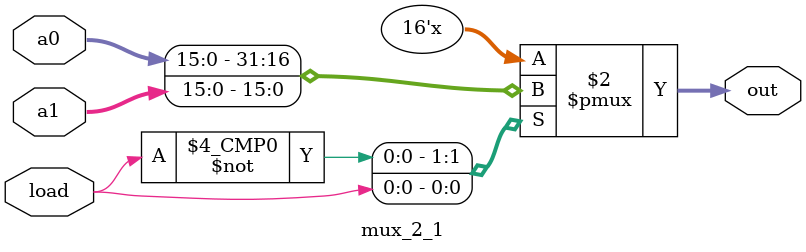
<source format=sv>
/*
 *
 *
 *
 *
 *
 */

//Notes:
//Register reads are asynchrounous to clock
//Register writes are synchronous to the clock thingy

//I THINK I AM PANROMANTIC DEMISEXUAL AND NONBINARY


//define constants:
`define R0 8'b00000001
`define R1 8'b00000010
`define R2 8'b00000100
`define R3 8'b00001000
`define R4 8'b00010000
`define R5 8'b00100000
`define R6 8'b01000000
`define R7 8'b10000000

`define nothing 16'bxxxxxxxxxxxxxxxx

module regfile(data_in,writenum,write,readnum,clk,data_out);
    input wire [15:0] data_in;
    input wire [2:0] writenum, readnum;
    input wire write, clk;
    
    output wire [15:0] data_out;

    reg [7:0] read_reg, write_reg;
    reg [7:0] load;

    reg [15:0] comp_data_out;
    
    reg [15:0] out0, out1, out2, out3, out4, out5, out6, out7;
    reg [15:0] r0, r1, r2, r3, r4, r5, r6, r7, rx;
    //determine register to read from
    decoder DEC_R(readnum, read_reg); 
    //determine register to write to 
    decoder DEC_W(writenum, write_reg);

    

    always_comb begin
        //AND write_reg and Write
        load[0] = write_reg[0] & write;
        load[1] = write_reg[1] & write;
        load[2] = write_reg[2] & write;
        load[3] = write_reg[3] & write;
        load[4] = write_reg[4] & write;
        load[5] = write_reg[5] & write;
        load[6] = write_reg[6] & write;
        load[7] = write_reg[7] & write;
    end

    mux_2_1 MR0(data_in, out0, load[0], out0);
    mux_2_1 MR1(data_in, out1, load[1], out1);
    mux_2_1 MR2(data_in, out2, load[2], out2);
    mux_2_1 MR3(data_in, out3, load[3], out3);
    mux_2_1 MR4(data_in, out4, load[4], out4);
    mux_2_1 MR5(data_in, out5, load[5], out5);
    mux_2_1 MR6(data_in, out6, load[6], out6);
    mux_2_1 MR7(data_in, out7, load[7], out7); //out[x] basically is the val stored in the register

    always_ff@(posedge clk) begin
        
        //basically the Q portion of the dff determined 
        //using a multiplexer to select if the output is the existing output or writing something new
        case(load)
            `R0: r0 = out0;
            `R1: r1 = out1;
            `R2: r2 = out2;
            `R3: r3 = out3;
            `R4: r4 = out4;
            `R5: r5 = out5;
            `R6: r6 = out6;
            `R7: r7 = out7;

            default: rx = `nothing;
        endcase
        
    end

    always_comb begin
        case(read_reg) //lowkey using a multiplexer without multiplexing lol teehee
            `R0: comp_data_out = r0;
            `R1: comp_data_out = r1;
            `R2: comp_data_out = r2;
            `R3: comp_data_out = r3;
            `R4: comp_data_out = r4;
            `R5: comp_data_out = r5;
            `R6: comp_data_out = r6;
            `R7: comp_data_out = r7;

            default: comp_data_out = `nothing; //defaulting cuz the default vibes 
        endcase
    end

    assign data_out = comp_data_out;


endmodule



module decoder(
    input [2:0] in,
    output reg [7:0] out
    );


    always_comb begin
        case(in)
            3'b000: out = `R0;
            3'b001: out = `R1;
            3'b010: out = `R2;
            3'b011: out = `R3;
            3'b100: out = `R4;
            3'b101: out = `R5;
            3'b110: out = `R6;
            3'b111: out = `R7;

            default: out = 8'bxxxxxxxx;
        endcase
    end

    

endmodule


module mux_2_1(
    input [15:0] a1, a0,
    input reg load,
    output reg [15:0] out
    );

    //a0 means load 0, nothing changes on output
    //a1 means output changes 
    always_comb begin
        case(load)
            1'b0: out = a0;
            1'b1: out = a1;

            default: out = `nothing;
        endcase
    end

endmodule
</source>
